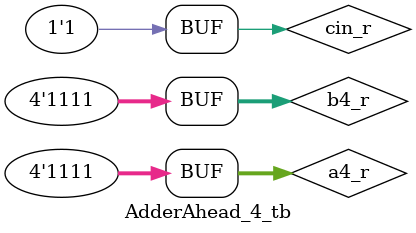
<source format=v>
module AdderAhead_4 (
    input [3:0] a4_i,
    input [3:0] b4_i,
    input cin_i,
    output [3:0] sum_o,
    output cout_o,
    output g4_o,
    output p4_o
);
    wire [3:0] g_w;
    wire [3:0] p_w;
    wire [3:0] cout_w;
    assign cout_o = cout_w[3];

    AdderAhead_1 AA0 (
        .a_i  (a4_i[0]),
        .b_i  (b4_i[0]),
        .cin_i(cin_i),
        .sum_o(sum_o[0]),
        .g1_o (g_w[0]),
        .p1_o (p_w[0])
    );
    AdderAhead_1 AA1 (
        .a_i  (a4_i[1]),
        .b_i  (b4_i[1]),
        .cin_i(cout_w[0]),
        .sum_o(sum_o[1]),
        .g1_o (g_w[1]),
        .p1_o (p_w[1])
    );
    AdderAhead_1 AA2 (
        .a_i  (a4_i[2]),
        .b_i  (b4_i[2]),
        .cin_i(cout_w[1]),
        .sum_o(sum_o[2]),
        .g1_o (g_w[2]),
        .p1_o (p_w[2])
    );
    AdderAhead_1 AA3 (
        .a_i  (a4_i[3]),
        .b_i  (b4_i[3]),
        .cin_i(cout_w[2]),
        .sum_o(sum_o[3]),
        .g1_o (g_w[3]),
        .p1_o (p_w[3])
    );

    AdderAheadCarry AAC (
        .g_i(g_w[3:0]),
        .p_i(p_w[3:0]),
        .cin_i(cin_i),
        .cout_o(cout_w[3:0]),
        .g4_o(g4_o),
        .p4_o(p4_o)
    );
endmodule



module AdderAhead_4_tb;
    reg [3:0] a4_r;
    reg [3:0] b4_r;
    reg cin_r;
    wire [3:0] sum_w;
    wire cout_w;
    wire g4_w;
    wire p4_w;

    AdderAhead_4 uut (
        .a4_i  (a4_r),
        .b4_i  (b4_r),
        .cin_i (cin_r),
        .sum_o (sum_w),
        .cout_o(cout_w),
        .g4_o  (g4_w),
        .p4_o  (p4_w)
    );

    initial begin
        #10 begin  // 0000+0000+0=0_0000
            a4_r  = 4'b0000;
            b4_r  = 4'b0000;
            cin_r = 1'b0;
        end

        #10 begin  // 0010+0011=0101
            a4_r  = 4'b0010;
            b4_r  = 4'b0011;
            cin_r = 1'b0;
        end

        #10 begin  // 1001+0110+0=0_1111
            a4_r  = 4'b1001;
            b4_r  = 4'b0110;
            cin_r = 1'b0;
        end

        #10 begin  // 1111+1111+1=1_1111
            a4_r  = 4'b1111;
            b4_r  = 4'b1111;
            cin_r = 1'b1;
        end

        #10 begin
        end
    end

    initial begin
        $dumpfile("wave.vcd");
        $dumpvars;
    end
endmodule

</source>
